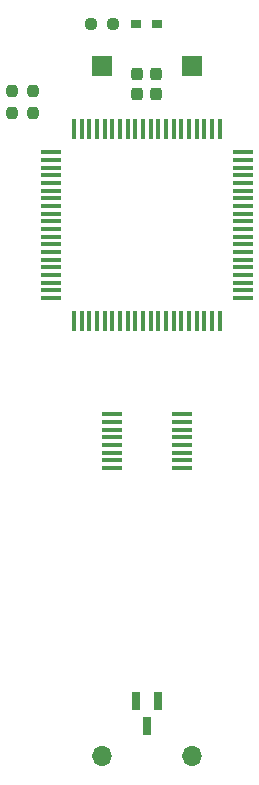
<source format=gbr>
G04 #@! TF.GenerationSoftware,KiCad,Pcbnew,9.0.6*
G04 #@! TF.CreationDate,2025-12-15T20:36:39+09:00*
G04 #@! TF.ProjectId,bionic-hd64180s,62696f6e-6963-42d6-9864-363431383073,1*
G04 #@! TF.SameCoordinates,Original*
G04 #@! TF.FileFunction,Soldermask,Top*
G04 #@! TF.FilePolarity,Negative*
%FSLAX46Y46*%
G04 Gerber Fmt 4.6, Leading zero omitted, Abs format (unit mm)*
G04 Created by KiCad (PCBNEW 9.0.6) date 2025-12-15 20:36:39*
%MOMM*%
%LPD*%
G01*
G04 APERTURE LIST*
G04 Aperture macros list*
%AMRoundRect*
0 Rectangle with rounded corners*
0 $1 Rounding radius*
0 $2 $3 $4 $5 $6 $7 $8 $9 X,Y pos of 4 corners*
0 Add a 4 corners polygon primitive as box body*
4,1,4,$2,$3,$4,$5,$6,$7,$8,$9,$2,$3,0*
0 Add four circle primitives for the rounded corners*
1,1,$1+$1,$2,$3*
1,1,$1+$1,$4,$5*
1,1,$1+$1,$6,$7*
1,1,$1+$1,$8,$9*
0 Add four rect primitives between the rounded corners*
20,1,$1+$1,$2,$3,$4,$5,0*
20,1,$1+$1,$4,$5,$6,$7,0*
20,1,$1+$1,$6,$7,$8,$9,0*
20,1,$1+$1,$8,$9,$2,$3,0*%
G04 Aperture macros list end*
%ADD10RoundRect,0.237500X-0.237500X0.250000X-0.237500X-0.250000X0.237500X-0.250000X0.237500X0.250000X0*%
%ADD11R,1.778000X0.355600*%
%ADD12R,0.965200X0.762000*%
%ADD13RoundRect,0.100000X-0.775000X-0.100000X0.775000X-0.100000X0.775000X0.100000X-0.775000X0.100000X0*%
%ADD14RoundRect,0.100000X-0.100000X-0.775000X0.100000X-0.775000X0.100000X0.775000X-0.100000X0.775000X0*%
%ADD15RoundRect,0.237500X0.250000X0.237500X-0.250000X0.237500X-0.250000X-0.237500X0.250000X-0.237500X0*%
%ADD16R,0.660400X1.625600*%
%ADD17RoundRect,0.237500X0.237500X-0.300000X0.237500X0.300000X-0.237500X0.300000X-0.237500X-0.300000X0*%
%ADD18O,1.700000X1.700000*%
%ADD19R,1.700000X1.700000*%
G04 APERTURE END LIST*
D10*
X102270000Y-77215500D03*
X102270000Y-79040500D03*
D11*
X110728200Y-104555001D03*
X110728200Y-105204999D03*
X110728200Y-105855001D03*
X110728200Y-106504999D03*
X110728200Y-107154998D03*
X110728200Y-107804999D03*
X110728200Y-108454998D03*
X110728200Y-109104999D03*
X116671800Y-109104999D03*
X116671800Y-108455001D03*
X116671800Y-107804999D03*
X116671800Y-107155001D03*
X116671800Y-106505002D03*
X116671800Y-105855001D03*
X116671800Y-105205002D03*
X116671800Y-104555001D03*
D12*
X112823700Y-71524000D03*
X114576300Y-71524000D03*
D13*
X105575000Y-82364000D03*
X105575000Y-83014000D03*
X105575000Y-83664000D03*
X105575000Y-84314000D03*
X105575000Y-84964000D03*
X105575000Y-85614000D03*
X105575000Y-86264000D03*
X105575000Y-86914000D03*
X105575000Y-87564000D03*
X105575000Y-88214000D03*
X105575000Y-88864000D03*
X105575000Y-89514000D03*
X105575000Y-90164000D03*
X105575000Y-90814000D03*
X105575000Y-91464000D03*
X105575000Y-92114000D03*
X105575000Y-92764000D03*
X105575000Y-93414000D03*
X105575000Y-94064000D03*
X105575000Y-94714000D03*
D14*
X107525000Y-96664000D03*
X108175000Y-96664000D03*
X108825000Y-96664000D03*
X109475000Y-96664000D03*
X110125000Y-96664000D03*
X110775000Y-96664000D03*
X111425000Y-96664000D03*
X112075000Y-96664000D03*
X112725000Y-96664000D03*
X113375000Y-96664000D03*
X114025000Y-96664000D03*
X114675000Y-96664000D03*
X115325000Y-96664000D03*
X115975000Y-96664000D03*
X116625000Y-96664000D03*
X117275000Y-96664000D03*
X117925000Y-96664000D03*
X118575000Y-96664000D03*
X119225000Y-96664000D03*
X119875000Y-96664000D03*
D13*
X121825000Y-94714000D03*
X121825000Y-94064000D03*
X121825000Y-93414000D03*
X121825000Y-92764000D03*
X121825000Y-92114000D03*
X121825000Y-91464000D03*
X121825000Y-90814000D03*
X121825000Y-90164000D03*
X121825000Y-89514000D03*
X121825000Y-88864000D03*
X121825000Y-88214000D03*
X121825000Y-87564000D03*
X121825000Y-86914000D03*
X121825000Y-86264000D03*
X121825000Y-85614000D03*
X121825000Y-84964000D03*
X121825000Y-84314000D03*
X121825000Y-83664000D03*
X121825000Y-83014000D03*
X121825000Y-82364000D03*
D14*
X119875000Y-80414000D03*
X119225000Y-80414000D03*
X118575000Y-80414000D03*
X117925000Y-80414000D03*
X117275000Y-80414000D03*
X116625000Y-80414000D03*
X115975000Y-80414000D03*
X115325000Y-80414000D03*
X114675000Y-80414000D03*
X114025000Y-80414000D03*
X113375000Y-80414000D03*
X112725000Y-80414000D03*
X112075000Y-80414000D03*
X111425000Y-80414000D03*
X110775000Y-80414000D03*
X110125000Y-80414000D03*
X109475000Y-80414000D03*
X108825000Y-80414000D03*
X108175000Y-80414000D03*
X107525000Y-80414000D03*
D10*
X104048000Y-77215500D03*
X104048000Y-79040500D03*
D15*
X110802500Y-71524000D03*
X108977500Y-71524000D03*
D16*
X114650001Y-128828000D03*
X112749999Y-128828000D03*
X113700000Y-130960000D03*
D17*
X112887200Y-77466500D03*
X112887200Y-75741500D03*
X114512800Y-77466500D03*
X114512800Y-75741500D03*
D18*
X117510000Y-133500000D03*
D19*
X117510000Y-75080000D03*
X109890000Y-75080000D03*
D18*
X109890000Y-133500000D03*
M02*

</source>
